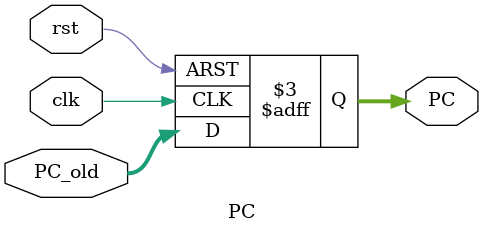
<source format=v>
module PC #( parameter PC_width = 32) (
    output  reg   [PC_width-1 : 0]  PC,
    input   wire  [PC_width-1 : 0]  PC_old,
    input   wire                    rst,
    input   wire                    clk 
);

always @(posedge clk, negedge rst)
    begin
        if(!rst)
            begin
                PC <= { (PC_width) {1'b0} } ;
            end
        else
            begin
                PC <= PC_old ;
            end
    end

endmodule
</source>
